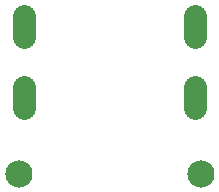
<source format=gbs>
G04 EAGLE Gerber RS-274X export*
G75*
%MOMM*%
%FSLAX34Y34*%
%LPD*%
%INBottom Solder Mask*%
%IPPOS*%
%AMOC8*
5,1,8,0,0,1.08239X$1,22.5*%
G01*
%ADD10C,2.303200*%
%ADD11C,1.981200*%


D10*
X157400Y65500D03*
X3500Y65500D03*
D11*
X152500Y121110D02*
X152500Y138890D01*
X7500Y138890D02*
X7500Y121110D01*
X152500Y181110D02*
X152500Y198890D01*
X7500Y198890D02*
X7500Y181110D01*
M02*

</source>
